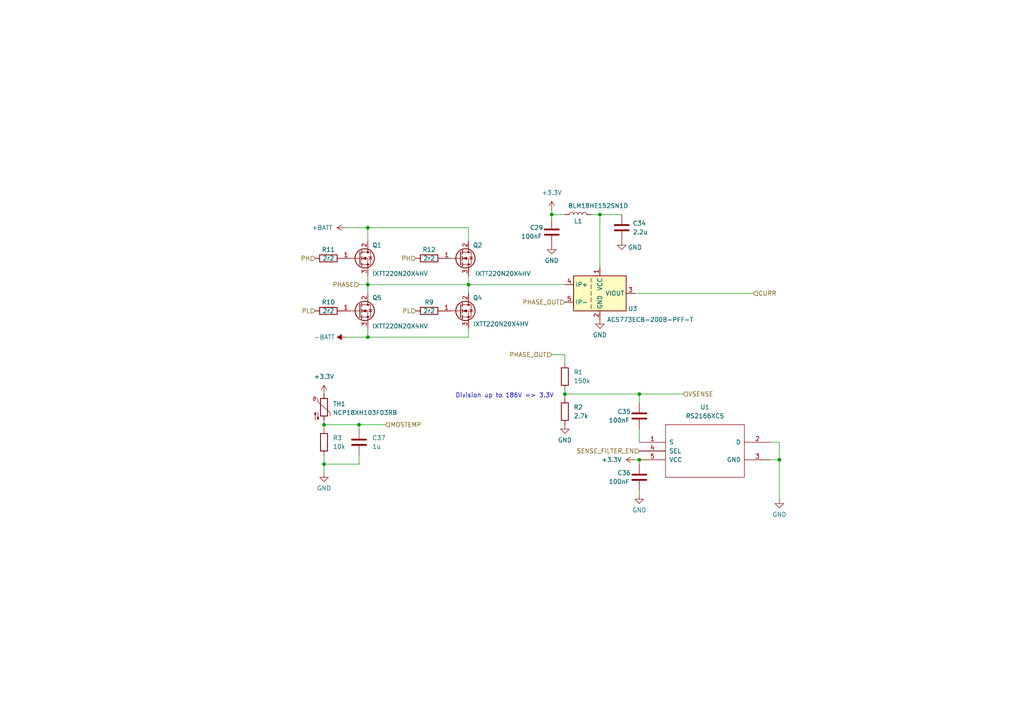
<source format=kicad_sch>
(kicad_sch (version 20230121) (generator eeschema)
  (paper "A4")
  (lib_symbols
    (symbol "Device:C" (pin_numbers hide) (pin_names (offset 0.254))
      (property "Reference" "C" (at 0.635 2.54 0))
      (property "Value" "C" (at 0.635 -2.54 0))
      (symbol "C_0_1"
        (polyline (pts (xy -2.032 -0.762) (xy 2.032 -0.762)) (stroke (width 0.508)))
        (polyline (pts (xy -2.032 0.762) (xy 2.032 0.762)) (stroke (width 0.508)))
      )
      (symbol "C_1_1"
        (pin passive line (at 0 3.81 270) (length 2.794) (name "~") (number "1"))
        (pin passive line (at 0 -3.81 90) (length 2.794) (name "~") (number "2"))
      )
    )
    (symbol "Device:L" (pin_numbers hide) (pin_names (offset 1.016) hide)
      (property "Reference" "L" (at -1.27 0 90))
      (property "Value" "L" (at 1.905 0 90))
      (symbol "L_0_1"
        (arc (start 0 -2.54) (mid 0.6323 -1.905) (end 0 -1.27))
        (arc (start 0 -1.27) (mid 0.6323 -0.635) (end 0 0))
        (arc (start 0 0) (mid 0.6323 0.635) (end 0 1.27))
        (arc (start 0 1.27) (mid 0.6323 1.905) (end 0 2.54))
      )
      (symbol "L_1_1"
        (pin passive line (at 0 3.81 270) (length 1.27) (name "1") (number "1"))
        (pin passive line (at 0 -3.81 90) (length 1.27) (name "2") (number "2"))
      )
    )
    (symbol "Device:R" (pin_numbers hide) (pin_names (offset 0))
      (property "Reference" "R" (at 2.032 0 90))
      (property "Value" "R" (at 0 0 90))
      (symbol "R_0_1"
        (rectangle (start -1.016 -2.54) (end 1.016 2.54) (stroke (width 0.254)))
      )
      (symbol "R_1_1"
        (pin passive line (at 0 3.81 270) (length 1.27) (name "~") (number "1"))
        (pin passive line (at 0 -3.81 90) (length 1.27) (name "~") (number "2"))
      )
    )
    (symbol "Device:Thermistor_NTC" (pin_numbers hide) (pin_names (offset 0))
      (property "Reference" "TH" (at -4.445 0 90))
      (property "Value" "Thermistor_NTC" (at 3.175 0 90))
      (symbol "Thermistor_NTC_0_1"
        (arc (start -3.048 2.159) (mid -3.0495 2.3143) (end -3.175 2.413))
        (arc (start -3.048 2.159) (mid -2.9736 1.9794) (end -2.794 1.905))
        (arc (start -3.048 2.794) (mid -2.9736 2.6144) (end -2.794 2.54))
        (arc (start -2.794 1.905) (mid -2.6144 1.9794) (end -2.54 2.159))
        (arc (start -2.794 2.54) (mid -2.4393 2.5587) (end -2.159 2.794))
        (arc (start -2.794 3.048) (mid -2.9736 2.9736) (end -3.048 2.794))
        (arc (start -2.54 2.794) (mid -2.6144 2.9736) (end -2.794 3.048))
        (rectangle (start -1.016 2.54) (end 1.016 -2.54) (stroke (width 0.254)))
        (polyline (pts (xy -2.54 2.159) (xy -2.54 2.794)))
        (polyline (pts (xy -1.778 2.54) (xy -1.778 1.524) (xy 1.778 -1.524) (xy 1.778 -2.54)))
        (polyline (pts (xy -2.54 -3.683) (xy -2.54 -1.397) (xy -2.794 -2.159) (xy -2.286 -2.159) (xy -2.54 -1.397) (xy -2.54 -1.651)) (fill (type outline)))
        (polyline (pts (xy -1.778 -1.397) (xy -1.778 -3.683) (xy -2.032 -2.921) (xy -1.524 -2.921) (xy -1.778 -3.683) (xy -1.778 -3.429)) (fill (type outline)))
      )
      (symbol "Thermistor_NTC_1_1"
        (pin passive line (at 0 3.81 270) (length 1.27) (name "~") (number "1"))
        (pin passive line (at 0 -3.81 90) (length 1.27) (name "~") (number "2"))
      )
    )
    (symbol "GigaESCSymbols:RS2166XC5" (pin_names (offset 1.016))
      (property "Reference" "U" (at 0 -8.89 0))
      (property "Value" "RS2166XC5" (at 0 10.16 0))
      (symbol "RS2166XC5_1_0"
        (rectangle (start -11.43 -7.62) (end 11.43 7.62))
      )
      (symbol "RS2166XC5_1_1"
        (pin input line (at -19.05 2.54 0) (length 7.62) (name "S") (number "1"))
        (pin input line (at 19.05 2.54 180) (length 7.62) (name "D") (number "2"))
        (pin input line (at 19.05 -2.54 180) (length 7.62) (name "GND") (number "3"))
        (pin input line (at -19.05 0 0) (length 7.62) (name "SEL") (number "4"))
        (pin input line (at -19.05 -2.54 0) (length 7.62) (name "VCC") (number "5"))
      )
    )
    (symbol "Sensor_Current:ACS770xCB-200B-PSF"
      (property "Reference" "U" (at -7.62 6.35 0))
      (property "Value" "ACS770xCB-200B-PSF" (at 2.54 6.35 0))
      (symbol "ACS770xCB-200B-PSF_0_1"
        (rectangle (start -7.62 5.08) (end 7.62 -5.08) (stroke (width 0.254)) (fill (type background)))
        (polyline (pts (xy -2.54 -3.175) (xy -2.54 -4.445)))
        (polyline (pts (xy -2.54 -1.27) (xy -2.54 -2.54)))
        (polyline (pts (xy -2.54 0.635) (xy -2.54 -0.635)))
        (polyline (pts (xy -2.54 1.27) (xy -2.54 2.54)))
        (polyline (pts (xy -2.54 3.175) (xy -2.54 4.445)))
      )
      (symbol "ACS770xCB-200B-PSF_1_1"
        (pin power_in line (at 0 7.62 270) (length 2.54) (name "VCC") (number "1"))
        (pin power_in line (at 0 -7.62 90) (length 2.54) (name "GND") (number "2"))
        (pin output line (at 10.16 0 180) (length 2.54) (name "VIOUT") (number "3"))
        (pin passive line (at -10.16 2.54 0) (length 2.54) (name "IP+") (number "4"))
        (pin passive line (at -10.16 -2.54 0) (length 2.54) (name "IP-") (number "5"))
      )
    )
    (symbol "Transistor_FET:BSP89" (pin_names hide)
      (property "Reference" "Q" (at 5.08 1.905 0))
      (property "Value" "BSP89" (at 5.08 0 0))
      (symbol "BSP89_0_1"
        (polyline (pts (xy 0.254 0) (xy -2.54 0)))
        (polyline (pts (xy 0.254 1.905) (xy 0.254 -1.905)) (stroke (width 0.254)))
        (polyline (pts (xy 0.762 -1.27) (xy 0.762 -2.286)) (stroke (width 0.254)))
        (polyline (pts (xy 0.762 0.508) (xy 0.762 -0.508)) (stroke (width 0.254)))
        (polyline (pts (xy 0.762 2.286) (xy 0.762 1.27)) (stroke (width 0.254)))
        (polyline (pts (xy 2.54 2.54) (xy 2.54 1.778)))
        (polyline (pts (xy 2.54 -2.54) (xy 2.54 0) (xy 0.762 0)))
        (polyline (pts (xy 0.762 -1.778) (xy 3.302 -1.778) (xy 3.302 1.778) (xy 0.762 1.778)))
        (polyline (pts (xy 1.016 0) (xy 2.032 0.381) (xy 2.032 -0.381) (xy 1.016 0)) (fill (type outline)))
        (polyline (pts (xy 2.794 0.508) (xy 2.921 0.381) (xy 3.683 0.381) (xy 3.81 0.254)))
        (polyline (pts (xy 3.302 0.381) (xy 2.921 -0.254) (xy 3.683 -0.254) (xy 3.302 0.381)))
        (circle (center 1.651 0) (radius 2.794) (stroke (width 0.254)))
        (circle (center 2.54 -1.778) (radius 0.254) (fill (type outline)))
        (circle (center 2.54 1.778) (radius 0.254) (fill (type outline)))
      )
      (symbol "BSP89_1_1"
        (pin input line (at -5.08 0 0) (length 2.54) (name "G") (number "1"))
        (pin passive line (at 2.54 5.08 270) (length 2.54) (name "D") (number "2"))
        (pin passive line (at 2.54 -5.08 90) (length 2.54) (name "S") (number "3"))
      )
    )
    (symbol "power:+3.3V" (power) (pin_names (offset 0))
      (property "Value" "+3.3V" (at 0 3.556 0))
      (symbol "+3.3V_0_1"
        (polyline (pts (xy -0.762 1.27) (xy 0 2.54)))
        (polyline (pts (xy 0 0) (xy 0 2.54)))
        (polyline (pts (xy 0 2.54) (xy 0.762 1.27)))
      )
      (symbol "+3.3V_1_1"
        (pin power_in line (at 0 0 90) (length 0) hide (name "+3.3V") (number "1"))
      )
    )
    (symbol "power:+BATT" (power) (pin_names (offset 0))
      (property "Value" "+BATT" (at 0 3.556 0))
      (symbol "+BATT_0_1"
        (polyline (pts (xy -0.762 1.27) (xy 0 2.54)))
        (polyline (pts (xy 0 0) (xy 0 2.54)))
        (polyline (pts (xy 0 2.54) (xy 0.762 1.27)))
      )
      (symbol "+BATT_1_1"
        (pin power_in line (at 0 0 90) (length 0) hide (name "+BATT") (number "1"))
      )
    )
    (symbol "power:-BATT" (power) (pin_names (offset 0))
      (property "Value" "-BATT" (at 0 3.556 0))
      (symbol "-BATT_0_1"
        (polyline (pts (xy 0 0) (xy 0 2.54)))
        (polyline (pts (xy 0.762 1.27) (xy -0.762 1.27) (xy 0 2.54) (xy 0.762 1.27)) (fill (type outline)))
      )
      (symbol "-BATT_1_1"
        (pin power_in line (at 0 0 90) (length 0) hide (name "-BATT") (number "1"))
      )
    )
    (symbol "power:GND" (power) (pin_names (offset 0))
      (property "Value" "GND" (at 0 -3.81 0))
      (symbol "GND_0_1"
        (polyline (pts (xy 0 0) (xy 0 -1.27) (xy 1.27 -1.27) (xy 0 -2.54) (xy -1.27 -1.27) (xy 0 -1.27)))
      )
      (symbol "GND_1_1"
        (pin power_in line (at 0 0 270) (length 0) hide (name "GND") (number "1"))
      )
    )
  )
  (junction (at 173.99 62.23))
  (junction (at 135.89 82.55))
  (junction (at 93.98 134.62))
  (junction (at 106.68 82.55))
  (junction (at 185.42 114.3))
  (junction (at 160.02 62.23))
  (junction (at 163.83 114.3))
  (junction (at 106.68 66.04))
  (junction (at 104.14 123.19))
  (junction (at 226.06 133.35))
  (junction (at 106.68 97.79))
  (junction (at 185.42 133.35))
  (junction (at 93.98 123.19))
  (wire (pts (xy 173.99 62.23) (xy 180.34 62.23)))
  (wire (pts (xy 106.68 82.55) (xy 106.68 85.09)))
  (wire (pts (xy 106.68 66.04) (xy 135.89 66.04)))
  (wire (pts (xy 160.02 60.96) (xy 160.02 62.23)))
  (wire (pts (xy 106.68 82.55) (xy 135.89 82.55)))
  (wire (pts (xy 106.68 95.25) (xy 106.68 97.79)))
  (wire (pts (xy 163.83 115.57) (xy 163.83 114.3)))
  (wire (pts (xy 106.68 66.04) (xy 106.68 69.85)))
  (wire (pts (xy 163.83 62.23) (xy 160.02 62.23)))
  (wire (pts (xy 104.14 123.19) (xy 111.76 123.19)))
  (wire (pts (xy 135.89 80.01) (xy 135.89 82.55)))
  (wire (pts (xy 135.89 95.25) (xy 135.89 97.79)))
  (wire (pts (xy 226.06 133.35) (xy 226.06 128.27)))
  (wire (pts (xy 106.68 80.01) (xy 106.68 82.55)))
  (wire (pts (xy 185.42 133.35) (xy 185.42 134.62)))
  (wire (pts (xy 163.83 113.03) (xy 163.83 114.3)))
  (wire (pts (xy 184.15 133.35) (xy 185.42 133.35)))
  (wire (pts (xy 185.42 124.46) (xy 185.42 128.27)))
  (wire (pts (xy 185.42 114.3) (xy 198.12 114.3)))
  (wire (pts (xy 100.33 97.79) (xy 106.68 97.79)))
  (wire (pts (xy 135.89 82.55) (xy 163.83 82.55)))
  (wire (pts (xy 173.99 62.23) (xy 171.45 62.23)))
  (wire (pts (xy 104.14 82.55) (xy 106.68 82.55)))
  (wire (pts (xy 100.33 66.04) (xy 106.68 66.04)))
  (wire (pts (xy 160.02 102.87) (xy 163.83 102.87)))
  (wire (pts (xy 93.98 123.19) (xy 104.14 123.19)))
  (wire (pts (xy 226.06 128.27) (xy 223.52 128.27)))
  (wire (pts (xy 93.98 121.92) (xy 93.98 123.19)))
  (wire (pts (xy 226.06 133.35) (xy 226.06 144.78)))
  (wire (pts (xy 93.98 123.19) (xy 93.98 124.46)))
  (wire (pts (xy 160.02 63.5) (xy 160.02 62.23)))
  (wire (pts (xy 163.83 102.87) (xy 163.83 105.41)))
  (wire (pts (xy 135.89 82.55) (xy 135.89 85.09)))
  (wire (pts (xy 93.98 132.08) (xy 93.98 134.62)))
  (wire (pts (xy 104.14 124.46) (xy 104.14 123.19)))
  (wire (pts (xy 104.14 132.08) (xy 104.14 134.62)))
  (wire (pts (xy 173.99 62.23) (xy 173.99 77.47)))
  (wire (pts (xy 185.42 116.84) (xy 185.42 114.3)))
  (wire (pts (xy 223.52 133.35) (xy 226.06 133.35)))
  (wire (pts (xy 184.15 85.09) (xy 218.44 85.09)))
  (wire (pts (xy 163.83 114.3) (xy 185.42 114.3)))
  (wire (pts (xy 135.89 97.79) (xy 106.68 97.79)))
  (wire (pts (xy 93.98 134.62) (xy 93.98 137.16)))
  (wire (pts (xy 135.89 66.04) (xy 135.89 69.85)))
  (wire (pts (xy 104.14 134.62) (xy 93.98 134.62)))
  (wire (pts (xy 185.42 142.24) (xy 185.42 143.51)))
  (text "Division up to 186V => 3.3V" (at 132.08 115.57 0) (effects (font (size 1.27 1.27)) (justify left bottom)))
  (hierarchical_label "PHASE_OUT" (shape input) (at 163.83 87.63 180))
  (hierarchical_label "PH" (shape input) (at 120.65 74.93 180))
  (hierarchical_label "PHASE" (shape input) (at 104.14 82.55 180))
  (hierarchical_label "VSENSE" (shape input) (at 198.12 114.3 0))
  (hierarchical_label "SENSE_FILTER_EN" (shape input) (at 185.42 130.81 180))
  (hierarchical_label "PHASE_OUT" (shape input) (at 160.02 102.87 180))
  (hierarchical_label "CURR" (shape input) (at 218.44 85.09 0))
  (hierarchical_label "PH" (shape input) (at 91.44 74.93 180))
  (hierarchical_label "PL" (shape input) (at 120.65 90.17 180))
  (hierarchical_label "MOSTEMP" (shape input) (at 111.76 123.19 0))
  (hierarchical_label "PL" (shape input) (at 91.44 90.17 180))
  (symbol (lib_id "Transistor_FET:BSP89") (at 104.14 90.17 0) (unit 1)
    (property "Reference" "Q5" (at 107.95 86.36 0) (effects (justify left)))
    (property "Value" "IXTT220N20X4HV" (at 107.95 94.615 0) (effects (justify left)))
    (property "Footprint" "Package_TO_SOT_SMD:TO-268-2" (effects hide))
    (property "Datasheet" "https://www.infineon.com/dgdl/Infineon-BSP89-DS-v02_02-en.pdf?fileId=db3a30433b47825b013b4b8a07f90d55" (effects hide))
    (instances (project "MosfetBoard" (path "" (reference "Q5") (unit 1)) (path "" (reference "Q2") (unit 1)) (path "" (reference "Q6") (unit 1)) (path "" (reference "Q10") (unit 1))))
  )
  (symbol (lib_id "power:+3.3V") (at 160.02 60.96 0) (unit 1)
    (property "Reference" "#PWR034" (effects hide))
    (property "Value" "+3.3V" (at 160.02 55.88 0))
    (instances (project "MosfetBoard" (path "" (reference "#PWR034") (unit 1)) (path "" (reference "#PWR034") (unit 1)) (path "" (reference "#PWR041") (unit 1)) (path "" (reference "#PWR053") (unit 1))))
  )
  (symbol (lib_id "Transistor_FET:BSP89") (at 133.35 74.93 0) (unit 1)
    (property "Reference" "Q2" (at 137.16 71.12 0) (effects (justify left)))
    (property "Value" "IXTT220N20X4HV" (at 137.795 79.375 0) (effects (justify left)))
    (property "Footprint" "Package_TO_SOT_SMD:TO-268-2" (effects hide))
    (property "Datasheet" "https://www.infineon.com/dgdl/Infineon-BSP89-DS-v02_02-en.pdf?fileId=db3a30433b47825b013b4b8a07f90d55" (effects hide))
    (instances (project "MosfetBoard" (path "" (reference "Q2") (unit 1)) (path "" (reference "Q3") (unit 1)) (path "" (reference "Q7") (unit 1)) (path "" (reference "Q11") (unit 1))))
  )
  (symbol (lib_id "Device:R") (at 163.83 109.22 0) (unit 1)
    (property "Reference" "R1" (at 166.37 107.95 0) (effects (justify left)))
    (property "Value" "150k" (at 166.37 110.49 0) (effects (justify left)))
    (property "Footprint" "Resistor_SMD:R_0805_2012Metric" (effects hide))
    (property "MPN" "C17470" (effects hide))
    (instances (project "MosfetBoard" (path "" (reference "R1") (unit 1)) (path "" (reference "R13") (unit 1)) (path "" (reference "R20") (unit 1))))
  )
  (symbol (lib_id "Transistor_FET:BSP89") (at 104.14 74.93 0) (unit 1)
    (property "Reference" "Q1" (at 107.95 71.12 0) (effects (justify left)))
    (property "Value" "IXTT220N20X4HV" (at 107.95 79.375 0) (effects (justify left)))
    (property "Footprint" "Package_TO_SOT_SMD:TO-268-2" (effects hide))
    (property "Datasheet" "https://www.infineon.com/dgdl/Infineon-BSP89-DS-v02_02-en.pdf?fileId=db3a30433b47825b013b4b8a07f90d55" (effects hide))
    (instances (project "MosfetBoard" (path "" (reference "Q1") (unit 1)) (path "" (reference "Q1") (unit 1)) (path "" (reference "Q5") (unit 1)) (path "" (reference "Q9") (unit 1))))
  )
  (symbol (lib_id "power:GND") (at 93.98 137.16 0) (unit 1)
    (property "Reference" "#PWR032" (effects hide))
    (property "Value" "GND" (at 93.98 141.605 0))
    (instances (project "MosfetBoard" (path "" (reference "#PWR032") (unit 1)) (path "" (reference "#PWR025") (unit 1)) (path "" (reference "#PWR038") (unit 1)) (path "" (reference "#PWR050") (unit 1))))
  )
  (symbol (lib_id "power:+3.3V") (at 184.15 133.35 90) (unit 1)
    (property "Reference" "#PWR034" (effects hide))
    (property "Value" "+3.3V" (at 180.34 133.35 90) (effects (justify left)))
    (instances (project "MosfetBoard" (path "" (reference "#PWR034") (unit 1)) (path "" (reference "#PWR09") (unit 1)) (path "" (reference "#PWR046") (unit 1)) (path "" (reference "#PWR058") (unit 1))))
  )
  (symbol (lib_id "power:GND") (at 180.34 69.85 0) (unit 1)
    (property "Reference" "#PWR032" (effects hide))
    (property "Value" "GND" (at 184.15 71.755 0))
    (instances (project "MosfetBoard" (path "" (reference "#PWR032") (unit 1)) (path "" (reference "#PWR035") (unit 1)) (path "" (reference "#PWR045") (unit 1)) (path "" (reference "#PWR057") (unit 1))))
  )
  (symbol (lib_id "power:+3.3V") (at 93.98 114.3 0) (unit 1)
    (property "Reference" "#PWR034" (effects hide))
    (property "Value" "+3.3V" (at 93.98 109.22 0))
    (instances (project "MosfetBoard" (path "" (reference "#PWR034") (unit 1)) (path "" (reference "#PWR026") (unit 1)) (path "" (reference "#PWR037") (unit 1)) (path "" (reference "#PWR049") (unit 1))))
  )
  (symbol (lib_id "Device:Thermistor_NTC") (at 93.98 118.11 0) (unit 1)
    (property "Reference" "TH1" (at 96.52 117.1575 0) (effects (justify left)))
    (property "Value" "NCP18XH103F03RB" (at 96.52 119.6975 0) (effects (justify left)))
    (property "Footprint" "Resistor_SMD:R_0603_1608Metric" (effects hide))
    (property "MPN" "C13564" (effects hide))
    (instances (project "MosfetBoard" (path "" (reference "TH1") (unit 1)) (path "" (reference "TH2") (unit 1)) (path "" (reference "TH3") (unit 1))))
  )
  (symbol (lib_id "Device:C") (at 185.42 120.65 0) (unit 1)
    (property "Reference" "C35" (at 179.07 119.38 0) (effects (justify left)))
    (property "Value" "100nF" (at 176.53 121.92 0) (effects (justify left)))
    (property "Footprint" "Capacitor_SMD:C_0805_2012Metric" (effects hide))
    (property "MPN" "C28233" (effects hide))
    (instances (project "MosfetBoard" (path "" (reference "C35") (unit 1)) (path "" (reference "C41") (unit 1)) (path "" (reference "C46") (unit 1))))
  )
  (symbol (lib_id "Device:R") (at 124.46 74.93 90) (unit 1)
    (property "Reference" "R12" (at 124.46 72.39 90))
    (property "Value" "2r2" (at 124.46 74.93 90))
    (property "Footprint" "Resistor_SMD:R_0805_2012Metric" (effects hide))
    (property "MPN" "C17521" (effects hide))
    (instances (project "MosfetBoard" (path "" (reference "R12") (unit 1)) (path "" (reference "R11") (unit 1)) (path "" (reference "R7") (unit 1)) (path "" (reference "R18") (unit 1))))
  )
  (symbol (lib_id "Device:R") (at 95.25 74.93 90) (unit 1)
    (property "Reference" "R11" (at 95.25 72.39 90))
    (property "Value" "2r2" (at 95.25 74.93 90))
    (property "Footprint" "Resistor_SMD:R_0805_2012Metric" (effects hide))
    (property "MPN" "C17521" (effects hide))
    (instances (project "MosfetBoard" (path "" (reference "R11") (unit 1)) (path "" (reference "R9") (unit 1)) (path "" (reference "R5") (unit 1)) (path "" (reference "R16") (unit 1))))
  )
  (symbol (lib_id "Device:R") (at 93.98 128.27 0) (unit 1)
    (property "Reference" "R3" (at 96.52 127 0) (effects (justify left)))
    (property "Value" "10k" (at 96.52 129.54 0) (effects (justify left)))
    (property "Footprint" "Resistor_SMD:R_0805_2012Metric" (effects hide))
    (property "MPN" "C17414" (effects hide))
    (instances (project "MosfetBoard" (path "" (reference "R3") (unit 1)) (path "" (reference "R4") (unit 1)) (path "" (reference "R15") (unit 1))))
  )
  (symbol (lib_id "Device:C") (at 104.14 128.27 0) (unit 1)
    (property "Reference" "C37" (at 107.95 127 0) (effects (justify left)))
    (property "Value" "1u" (at 107.95 129.54 0) (effects (justify left)))
    (property "Footprint" "Capacitor_SMD:C_0805_2012Metric" (effects hide))
    (property "MPN" "C28323" (effects hide))
    (instances (project "MosfetBoard" (path "" (reference "C37") (unit 1)) (path "" (reference "C38") (unit 1)) (path "" (reference "C43") (unit 1))))
  )
  (symbol (lib_id "power:-BATT") (at 100.33 97.79 90) (unit 1)
    (property "Reference" "#PWR010" (effects hide))
    (property "Value" "-BATT" (at 97.155 97.79 90) (effects (justify left)))
    (instances (project "MosfetBoard" (path "" (reference "#PWR010") (unit 1)) (path "" (reference "#PWR010") (unit 1)) (path "" (reference "#PWR040") (unit 1)) (path "" (reference "#PWR052") (unit 1))))
  )
  (symbol (lib_id "Device:R") (at 95.25 90.17 90) (unit 1)
    (property "Reference" "R10" (at 95.25 87.63 90))
    (property "Value" "2r2" (at 95.25 90.17 90))
    (property "Footprint" "Resistor_SMD:R_0805_2012Metric" (effects hide))
    (property "MPN" "C17521" (effects hide))
    (instances (project "MosfetBoard" (path "" (reference "R10") (unit 1)) (path "" (reference "R10") (unit 1)) (path "" (reference "R6") (unit 1)) (path "" (reference "R17") (unit 1))))
  )
  (symbol (lib_id "Device:L") (at 167.64 62.23 90) (unit 1)
    (property "Reference" "L1" (at 168.91 64.135 90) (effects (justify left)))
    (property "Value" "BLM18HE152SN1D" (at 182.245 59.69 90) (effects (justify left)))
    (property "Footprint" "Inductor_SMD:L_0603_1608Metric" (effects hide))
    (property "MPN" "C82155" (effects hide))
    (instances (project "MosfetBoard" (path "" (reference "L1") (unit 1)) (path "" (reference "L2") (unit 1)) (path "" (reference "L3") (unit 1))))
  )
  (symbol (lib_id "Device:R") (at 124.46 90.17 90) (unit 1)
    (property "Reference" "R9" (at 124.46 87.63 90))
    (property "Value" "2r2" (at 124.46 90.17 90))
    (property "Footprint" "Resistor_SMD:R_0805_2012Metric" (effects hide))
    (property "MPN" "C17521" (effects hide))
    (instances (project "MosfetBoard" (path "" (reference "R9") (unit 1)) (path "" (reference "R12") (unit 1)) (path "" (reference "R8") (unit 1)) (path "" (reference "R19") (unit 1))))
  )
  (symbol (lib_id "GigaESCSymbols:RS2166XC5") (at 204.47 130.81 0) (unit 1)
    (property "Reference" "U1" (at 204.47 118.11 0))
    (property "Value" "RS2166XC5" (at 204.47 120.65 0))
    (property "Footprint" "Package_TO_SOT_SMD:SOT-353_SC-70-5" (effects hide))
    (property "Datasheet" "DOCUMENTATION" (effects hide))
    (property "MPN" "C2762292" (effects hide))
    (instances (project "MosfetBoard" (path "" (reference "U1") (unit 1)) (path "" (reference "U5") (unit 1)) (path "" (reference "U7") (unit 1))))
  )
  (symbol (lib_id "Sensor_Current:ACS770xCB-200B-PSF") (at 173.99 85.09 0) (unit 1)
    (property "Reference" "U3" (at 183.515 89.535 0))
    (property "Value" "ACS773ECB-200B-PFF-T" (at 188.595 92.71 0))
    (property "Footprint" "Sensor_Current:Allegro_CB_PSF" (effects hide))
    (property "Datasheet" "http://www.allegromicro.com/~/media/Files/Datasheets/ACS758-Datasheet.ashx?la=en" (effects hide))
    (instances (project "MosfetBoard" (path "" (reference "U3") (unit 1)) (path "" (reference "U3") (unit 1)) (path "" (reference "U2") (unit 1)) (path "" (reference "U6") (unit 1))))
  )
  (symbol (lib_id "power:GND") (at 226.06 144.78 0) (unit 1)
    (property "Reference" "#PWR032" (effects hide))
    (property "Value" "GND" (at 226.06 149.225 0))
    (instances (project "MosfetBoard" (path "" (reference "#PWR032") (unit 1)) (path "" (reference "#PWR012") (unit 1)) (path "" (reference "#PWR048") (unit 1)) (path "" (reference "#PWR060") (unit 1))))
  )
  (symbol (lib_id "Transistor_FET:BSP89") (at 133.35 90.17 0) (unit 1)
    (property "Reference" "Q4" (at 137.16 86.36 0) (effects (justify left)))
    (property "Value" "IXTT220N20X4HV" (at 137.16 93.98 0) (effects (justify left)))
    (property "Footprint" "Package_TO_SOT_SMD:TO-268-2" (effects hide))
    (property "Datasheet" "https://www.infineon.com/dgdl/Infineon-BSP89-DS-v02_02-en.pdf?fileId=db3a30433b47825b013b4b8a07f90d55" (effects hide))
    (instances (project "MosfetBoard" (path "" (reference "Q4") (unit 1)) (path "" (reference "Q4") (unit 1)) (path "" (reference "Q8") (unit 1)) (path "" (reference "Q12") (unit 1))))
  )
  (symbol (lib_id "Device:C") (at 180.34 66.04 0) (unit 1)
    (property "Reference" "C34" (at 183.515 64.77 0) (effects (justify left)))
    (property "Value" "2.2u" (at 183.515 67.31 0) (effects (justify left)))
    (property "Footprint" "Capacitor_SMD:C_0805_2012Metric" (effects hide))
    (property "MPN" "C49217" (effects hide))
    (instances (project "MosfetBoard" (path "" (reference "C34") (unit 1)) (path "" (reference "C40") (unit 1)) (path "" (reference "C45") (unit 1))))
  )
  (symbol (lib_id "Device:C") (at 160.02 67.31 0) (unit 1)
    (property "Reference" "C29" (at 153.67 66.04 0) (effects (justify left)))
    (property "Value" "100nF" (at 151.13 68.58 0) (effects (justify left)))
    (property "Footprint" "Capacitor_SMD:C_0805_2012Metric" (effects hide))
    (property "MPN" "C28233" (effects hide))
    (instances (project "MosfetBoard" (path "" (reference "C29") (unit 1)) (path "" (reference "C39") (unit 1)) (path "" (reference "C44") (unit 1))))
  )
  (symbol (lib_id "Device:R") (at 163.83 119.38 0) (unit 1)
    (property "Reference" "R2" (at 166.37 118.11 0) (effects (justify left)))
    (property "Value" "2.7k" (at 166.37 120.65 0) (effects (justify left)))
    (property "Footprint" "Resistor_SMD:R_0805_2012Metric" (effects hide))
    (property "MPN" "C17530" (effects hide))
    (instances (project "MosfetBoard" (path "" (reference "R2") (unit 1)) (path "" (reference "R14") (unit 1)) (path "" (reference "R21") (unit 1))))
  )
  (symbol (lib_id "power:GND") (at 160.02 71.12 0) (unit 1)
    (property "Reference" "#PWR032" (effects hide))
    (property "Value" "GND" (at 160.02 75.565 0))
    (instances (project "MosfetBoard" (path "" (reference "#PWR032") (unit 1)) (path "" (reference "#PWR036") (unit 1)) (path "" (reference "#PWR042") (unit 1)) (path "" (reference "#PWR054") (unit 1))))
  )
  (symbol (lib_id "Device:C") (at 185.42 138.43 0) (unit 1)
    (property "Reference" "C36" (at 179.07 137.16 0) (effects (justify left)))
    (property "Value" "100nF" (at 176.53 139.7 0) (effects (justify left)))
    (property "Footprint" "Capacitor_SMD:C_0805_2012Metric" (effects hide))
    (property "MPN" "C28233" (effects hide))
    (instances (project "MosfetBoard" (path "" (reference "C36") (unit 1)) (path "" (reference "C42") (unit 1)) (path "" (reference "C47") (unit 1))))
  )
  (symbol (lib_id "power:GND") (at 163.83 123.19 0) (unit 1)
    (property "Reference" "#PWR032" (effects hide))
    (property "Value" "GND" (at 163.83 127.635 0))
    (instances (project "MosfetBoard" (path "" (reference "#PWR032") (unit 1)) (path "" (reference "#PWR08") (unit 1)) (path "" (reference "#PWR043") (unit 1)) (path "" (reference "#PWR055") (unit 1))))
  )
  (symbol (lib_id "power:+BATT") (at 100.33 66.04 90) (unit 1)
    (property "Reference" "#PWR07" (effects hide))
    (property "Value" "+BATT" (at 96.52 66.04 90) (effects (justify left)))
    (instances (project "MosfetBoard" (path "" (reference "#PWR07") (unit 1)) (path "" (reference "#PWR07") (unit 1)) (path "" (reference "#PWR039") (unit 1)) (path "" (reference "#PWR051") (unit 1))))
  )
  (symbol (lib_id "power:GND") (at 185.42 143.51 0) (unit 1)
    (property "Reference" "#PWR032" (effects hide))
    (property "Value" "GND" (at 185.42 147.955 0))
    (instances (project "MosfetBoard" (path "" (reference "#PWR032") (unit 1)) (path "" (reference "#PWR011") (unit 1)) (path "" (reference "#PWR047") (unit 1)) (path "" (reference "#PWR059") (unit 1))))
  )
  (symbol (lib_id "power:GND") (at 173.99 92.71 0) (unit 1)
    (property "Reference" "#PWR032" (effects hide))
    (property "Value" "GND" (at 173.99 97.155 0))
    (instances (project "MosfetBoard" (path "" (reference "#PWR032") (unit 1)) (path "" (reference "#PWR033") (unit 1)) (path "" (reference "#PWR044") (unit 1)) (path "" (reference "#PWR056") (unit 1))))
  )
)
</source>
